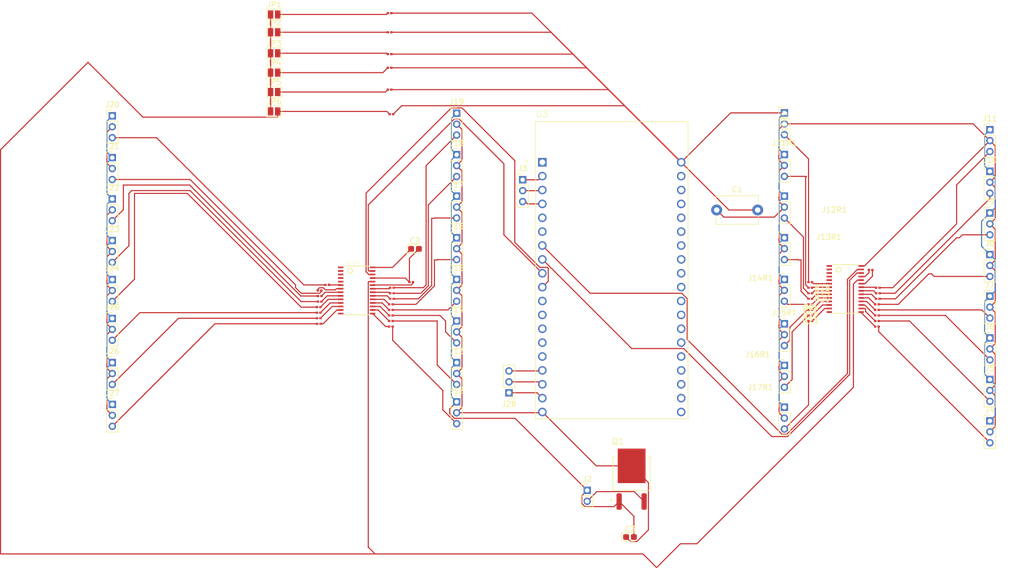
<source format=kicad_pcb>
(kicad_pcb (version 20240108) (generator "pcbnew") (generator_version "8.0")
  (layers (0 "F.Cu" signal) (31 "B.Cu" signal) (34 "B.Paste" user) (35 "F.Paste" user) (36 "B.SilkS" user "B.Silkscreen") (37 "F.SilkS" user "F.Silkscreen") (38 "B.Mask" user) (39 "F.Mask" user) (44 "Edge.Cuts" user))
  (net 0 "")
  (net 1 "GND")
  (net 2 "5.0V")
  (net 3 "Net-(J2-Pin_2)")
  (net 4 "Net-(J3-Pin_2)")
  (net 5 "Net-(J3-Pin_3)")
  (net 6 "Net-(J3-Pin_1)")
  (net 7 "Net-(J5-Pin_3)")
  (net 8 "Net-(J6-Pin_3)")
  (net 9 "Net-(J7-Pin_3)")
  (net 10 "Net-(J8-Pin_3)")
  (net 11 "Net-(J9-Pin_3)")
  (net 12 "Net-(J10-Pin_3)")
  (net 13 "Net-(J10R1-Pin_3)")
  (net 14 "Net-(J11-Pin_3)")
  (net 15 "Net-(J11R1-Pin_3)")
  (net 16 "Net-(J12-Pin_3)")
  (net 17 "Net-(J12R1-Pin_3)")
  (net 18 "Net-(J13-Pin_3)")
  (net 19 "Net-(J13R1-Pin_3)")
  (net 20 "Net-(J14-Pin_3)")
  (net 21 "Net-(J14R1-Pin_3)")
  (net 22 "Net-(J15-Pin_3)")
  (net 23 "Net-(J15R1-Pin_3)")
  (net 24 "Net-(J16-Pin_3)")
  (net 25 "Net-(J16R1-Pin_3)")
  (net 26 "Net-(J17-Pin_3)")
  (net 27 "Net-(J17R1-Pin_3)")
  (net 28 "Net-(J18-Pin_3)")
  (net 29 "Net-(J19-Pin_3)")
  (net 30 "Net-(J20-Pin_3)")
  (net 31 "Net-(J21-Pin_3)")
  (net 32 "Net-(J22-Pin_3)")
  (net 33 "Net-(J23-Pin_3)")
  (net 34 "Net-(J24-Pin_3)")
  (net 35 "Net-(J25-Pin_3)")
  (net 36 "Net-(J26-Pin_3)")
  (net 37 "Net-(J27-Pin_3)")
  (net 38 "Net-(J28-Pin_2)")
  (net 39 "Net-(J28-Pin_1)")
  (net 40 "Net-(J28-Pin_3)")
  (net 41 "A0")
  (net 42 "A1")
  (net 43 "A2")
  (net 44 "A3")
  (net 45 "A4")
  (net 46 "A5")
  (net 47 "Net-(U2-#OE)")
  (net 48 "Net-(U1-Left1-#OE)")
  (net 49 "PWM8")
  (net 50 "PWM9")
  (net 51 "PWM10")
  (net 52 "PWM11")
  (net 53 "PWM12")
  (net 54 "PWM13")
  (net 55 "PWM14")
  (net 56 "PWM15")
  (net 57 "PWM0")
  (net 58 "PWM1")
  (net 59 "PWM2")
  (net 60 "PWM3")
  (net 61 "PWM4")
  (net 62 "PWM5")
  (net 63 "PWM6")
  (net 64 "PWM7")
  (net 65 "PWM8B")
  (net 66 "PWM9B")
  (net 67 "PWM10B")
  (net 68 "PWM11B")
  (net 69 "PWM12B")
  (net 70 "PWM13B")
  (net 71 "PWM14B")
  (net 72 "PWM15B")
  (net 73 "PWM0B")
  (net 74 "PWM1B")
  (net 75 "PWM2B")
  (net 76 "PWM3B")
  (net 77 "PWM4B")
  (net 78 "PWM5B")
  (net 79 "PWM6B")
  (net 80 "PWM7B")
  (net 81 "SDA0")
  (net 82 "SCL0")
  (net 83 "Net-(J3-Pin_8)")
  (net 84 "Net-(J3-Pin_17)")
  (net 85 "Net-(J3-Pin_14)")
  (net 86 "Net-(J3-Pin_6)")
  (net 87 "Net-(J3-Pin_9)")
  (net 88 "Net-(J28-Pin_4)")
  (net 89 "SCL1")
  (net 90 "Net-(J28-Pin_8)")
  (net 91 "Net-(J28-Pin_10)")
  (net 92 "Net-(J3-Pin_18)")
  (net 93 "Net-(J3-Pin_19)")
  (net 94 "Net-(J3-Pin_4)")
  (net 95 "Net-(J3-Pin_12)")
  (net 96 "Net-(J28-Pin_9)")
  (net 97 "Net-(J3-Pin_11)")
  (net 98 "Net-(J28-Pin_6)")
  (net 99 "Net-(J3-Pin_5)")
  (net 100 "Net-(J28-Pin_5)")
  (net 101 "Net-(J3-Pin_7)")
  (net 102 "Net-(J3-Pin_10)")
  (net 103 "Net-(J3-Pin_15)")
  (net 104 "SDA1")
  (net 105 "Net-(J3-Pin_13)")
  (net 106 "Net-(J3-Pin_16)")
  (net 107 "Net-(J28-Pin_7)")
  (net 109 "Net-(test-test1-Pin_3)")
  (footprint "Jumper:SolderJumper-2_P1.3mm_Open_Pad1.0x1.5mm" (layer "F.Cu") (at 89.042 37.341)
    (property "Reference" "JP3")
    (property "Value" "SolderJumper_2_Open")
  )
  (footprint "Connector_PinHeader_2.00mm:PinHeader_1x02_P2.00mm_Vertical" (layer "F.Cu") (at 146.304 117.364)
    (property "Reference" "J2")
    (property "Value" "Screw_Terminal_01x02")
  )
  (footprint "Connector_PinHeader_2.00mm:PinHeader_1x03_P2.00mm_Vertical" (layer "F.Cu") (at 182.372 71.12)
    (property "Reference" "J13R1")
    (property "Value" "Conn_01x03_Pin")
  )
  (footprint "Capacitor_Tantalum_SMD:CP_EIA-1608-08_AVX-J" (layer "F.Cu") (at 114.808 73.152)
    (property "Reference" "C2")
    (property "Value" "C")
  )
  (footprint "Resistor_SMD:R_0201_0603Metric" (layer "F.Cu") (at 97.348 80.772)
    (property "Reference" "R34" (hide yes))
    (property "Value" "R" (hide yes))
  )
  (footprint "Resistor_SMD:R_0201_0603Metric" (layer "F.Cu") (at 110.581 82.296)
    (property "Reference" "R30" (hide yes))
    (property "Value" "R" (hide yes))
  )
  (footprint "Resistor_SMD:R_0201_0603Metric" (layer "F.Cu") (at 114.112 79.248)
    (property "Reference" "R2" (hide yes))
    (property "Value" "R" (hide yes))
  )
  (footprint "Connector_PinHeader_2.00mm:PinHeader_1x03_P2.00mm_Vertical" (layer "F.Cu") (at 59.436 78.772)
    (property "Reference" "J24")
    (property "Value" "Conn_01x03_Pin")
  )
  (footprint "Resistor_SMD:R_0201_0603Metric" (layer "F.Cu") (at 110.399 87.376)
    (property "Reference" "R25" (hide yes))
    (property "Value" "R" (hide yes))
  )
  (footprint "Resistor_SMD:R_0201_0603Metric" (layer "F.Cu") (at 110.155 37.5)
    (property "Reference" "R6" (hide yes))
    (property "Value" "R" (hide yes))
  )
  (footprint "Connector_PinHeader_2.00mm:PinHeader_1x03_P2.00mm_Vertical" (layer "F.Cu") (at 182.372 86.868)
    (property "Reference" "J15R1")
    (property "Value" "Conn_01x03_Pin" (hide yes))
  )
  (footprint "Resistor_SMD:R_0201_0603Metric" (layer "F.Cu") (at 199.481 81.28)
    (property "Reference" "R15" (hide yes))
    (property "Value" "R" (hide yes))
  )
  (footprint "Resistor_SMD:R_0201_0603Metric" (layer "F.Cu") (at 110.5 48.5)
    (property "Reference" "R3" (hide yes))
    (property "Value" "R" (hide yes))
  )
  (footprint "Resistor_SMD:R_0201_0603Metric" (layer "F.Cu") (at 187.107 84.328 180)
    (property "Reference" "R22")
    (property "Value" "R")
  )
  (footprint "Resistor_SMD:R_0201_0603Metric" (layer "F.Cu") (at 110.155 33.5)
    (property "Reference" "R7" (hide yes))
    (property "Value" "R" (hide yes))
  )
  (footprint "Resistor_SMD:R_0201_0603Metric" (layer "F.Cu") (at 187.107 85.344 180)
    (property "Reference" "R23")
    (property "Value" "R")
  )
  (footprint "Connector_PinHeader_2.00mm:PinHeader_1x03_P2.00mm_Vertical" (layer "F.Cu") (at 122.428 48.324)
    (property "Reference" "J19")
    (property "Value" "Conn_01x03_Pin")
  )
  (footprint "Resistor_SMD:R_0201_0603Metric" (layer "F.Cu") (at 110.155 44)
    (property "Reference" "R4" (hide yes))
    (property "Value" "R" (hide yes))
  )
  (footprint "Jumper:SolderJumper-2_P1.3mm_Open_Pad1.0x1.5mm" (layer "F.Cu") (at 89.042 47.991)
    (property "Reference" "JP6")
    (property "Value" "SolderJumper_2_Open")
  )
  (footprint "Resistor_SMD:R_0201_0603Metric" (layer "F.Cu") (at 187.107 79.248 180)
    (property "Reference" "R17" (hide yes))
    (property "Value" "R")
  )
  (footprint "Connector_PinHeader_2.00mm:PinHeader_1x03_P2.00mm_Vertical" (layer "F.Cu") (at 182.372 78.74)
    (property "Reference" "J14R1")
    (property "Value" "Conn_01x03_Pin")
  )
  (footprint "Connector_PinHeader_2.00mm:PinHeader_1x03_P2.00mm_Vertical" (layer "F.Cu") (at 59.436 85.884)
    (property "Reference" "J25")
    (property "Value" "Conn_01x03_Pin")
  )
  (footprint "Jumper:SolderJumper-2_P1.3mm_Open_Pad1.0x1.5mm" (layer "F.Cu") (at 89.042 44.441)
    (property "Reference" "JP5")
    (property "Value" "SolderJumper_2_Open")
  )
  (footprint "Resistor_SMD:R_0201_0603Metric" (layer "F.Cu") (at 110.155 30)
    (property "Reference" "R8" (hide yes))
    (property "Value" "R" (hide yes))
  )
  (footprint "Connector_PinHeader_2.00mm:PinHeader_1x03_P2.00mm_Vertical" (layer "F.Cu") (at 122.428 55.912)
    (property "Reference" "J18")
    (property "Value" "Conn_01x03_Pin")
  )
  (footprint "Connector_PinHeader_2.00mm:PinHeader_1x03_P2.00mm_Vertical" (layer "F.Cu") (at 122.428 101.156)
    (property "Reference" "J12")
    (property "Value" "Conn_01x03_Pin")
  )
  (footprint "Resistor_SMD:R_0201_0603Metric" (layer "F.Cu") (at 110.399 86.36)
    (property "Reference" "R26" (hide yes))
    (property "Value" "R" (hide yes))
  )
  (footprint "Resistor_SMD:R_0201_0603Metric" (layer "F.Cu") (at 110.581 80.264)
    (property "Reference" "R32" (hide yes))
    (property "Value" "R" (hide yes))
  )
  (footprint "Resistor_SMD:R_0201_0603Metric" (layer "F.Cu") (at 110.155 40)
    (property "Reference" "R5" (hide yes))
    (property "Value" "R" (hide yes))
  )
  (footprint "Resistor_SMD:R_0201_0603Metric" (layer "F.Cu") (at 110.581 81.28)
    (property "Reference" "R31" (hide yes))
    (property "Value" "R" (hide yes))
  )
  (footprint "Resistor_SMD:R_0201_0603Metric" (layer "F.Cu") (at 187.107 81.28 180)
    (property "Reference" "R19")
    (property "Value" "R")
  )
  (footprint "Connector_PinHeader_2.00mm:PinHeader_1x03_P2.00mm_Vertical" (layer "F.Cu") (at 59.436 64.008)
    (property "Reference" "J22")
    (property "Value" "Conn_01x03_Pin")
  )
  (footprint "Resistor_SMD:R_0201_0603Metric" (layer "F.Cu") (at 97.216 86.868 180)
    (property "Reference" "R40" (hide yes))
    (property "Value" "R" (hide yes))
  )
  (footprint "Connector_PinHeader_2.00mm:PinHeader_1x03_P2.00mm_Vertical" (layer "F.Cu") (at 134.5 60.5)
    (property "Reference" "J3")
    (property "Value" "Conn_01x19_Pin")
  )
  (footprint "Connector_PinHeader_2.00mm:PinHeader_1x03_P2.00mm_Vertical" (layer "F.Cu") (at 59.436 48.8)
    (property "Reference" "J20")
    (property "Value" "Conn_01x03_Pin")
  )
  (footprint "Connector_PinHeader_2.00mm:PinHeader_1x03_P2.00mm_Vertical" (layer "F.Cu") (at 219.964 104.648)
    (property "Reference" "J4")
    (property "Value" "Conn_01x03_Pin")
  )
  (footprint "Connector_PinHeader_2.00mm:PinHeader_1x03_P2.00mm_Vertical" (layer "F.Cu") (at 59.436 71.628)
    (property "Reference" "J23")
    (property "Value" "Conn_01x03_Pin")
  )
  (footprint "Resistor_SMD:R_0201_0603Metric" (layer "F.Cu") (at 110.399 84.328)
    (property "Reference" "R28" (hide yes))
    (property "Value" "R" (hide yes))
  )
  (footprint "Connector_PinHeader_2.00mm:PinHeader_1x03_P2.00mm_Vertical" (layer "F.Cu") (at 219.964 81.82)
    (property "Reference" "J7")
    (property "Value" "Conn_01x03_Pin")
  )
  (footprint "Jumper:SolderJumper-2_P1.3mm_Open_Pad1.0x1.5mm" (layer "F.Cu") (at 89.042 30.241)
    (property "Reference" "JP1")
    (property "Value" "SolderJumper_2_Open")
  )
  (footprint "Resistor_SMD:R_0201_0603Metric" (layer "F.Cu") (at 97.191 83.82 180)
    (property "Reference" "R37" (hide yes))
    (property "Value" "R" (hide yes))
  )
  (footprint "Resistor_SMD:R_0201_0603Metric" (layer "F.Cu") (at 198.155 77)
    (property "Reference" "R1" (hide yes))
    (property "Value" "R" (hide yes))
  )
  (footprint "Connector_PinHeader_2.00mm:PinHeader_1x03_P2.00mm_Vertical" (layer "F.Cu") (at 219.964 58.96)
    (property "Reference" "J10")
    (property "Value" "Conn_01x03_Pin")
  )
  (footprint "Connector_PinHeader_2.00mm:PinHeader_1x03_P2.00mm_Vertical" (layer "F.Cu") (at 122.428 93.98)
    (property "Reference" "J13")
    (property "Value" "Conn_01x03_Pin")
  )
  (footprint "Connector_PinHeader_2.00mm:PinHeader_1x03_P2.00mm_Vertical" (layer "F.Cu") (at 182.372 48.26)
    (property "Reference" "J10R1")
    (property "Value" "Conn_01x03_Pin")
  )
  (footprint "Connector_PinHeader_2.00mm:PinHeader_1x03_P2.00mm_Vertical" (layer "F.Cu") (at 59.436 93.98)
    (property "Reference" "J26")
    (property "Value" "Conn_01x03_Pin")
  )
  (footprint "Connector_PinHeader_2.00mm:PinHeader_1x03_P2.00mm_Vertical" (layer "F.Cu") (at 182.372 94.488)
    (property "Reference" "J16R1")
    (property "Value" "Conn_01x03_Pin" (hide yes))
  )
  (footprint "Resistor_SMD:R_0201_0603Metric" (layer "F.Cu") (at 199.299 87.376)
    (property "Reference" "R8" (hide yes))
    (property "Value" "R" (hide yes))
  )
  (footprint "Resistor_SMD:R_0201_0603Metric" (layer "F.Cu") (at 187.107 83.312 180)
    (property "Reference" "R21")
    (property "Value" "R")
  )
  (footprint "Resistor_SMD:R_0201_0603Metric" (layer "F.Cu") (at 199.299 83.312)
    (property "Reference" "R13" (hide yes))
    (property "Value" "R" (hide yes))
  )
  (footprint "Resistor_SMD:R_0201_0603Metric" (layer "F.Cu") (at 97.191 85.852 180)
    (property "Reference" "R39" (hide yes))
    (property "Value" "R" (hide yes))
  )
  (footprint "Connector_PinHeader_2.00mm:PinHeader_1x03_P2.00mm_Vertical" (layer "F.Cu") (at 122.428 86.36)
    (property "Reference" "J14")
    (property "Value" "Conn_01x03_Pin")
  )
  (footprint "Connector_PinHeader_2.00mm:PinHeader_1x03_P2.00mm_Vertical" (layer "F.Cu") (at 182.372 63.5)
    (property "Reference" "J12R1")
    (property "Value" "Conn_01x03_Pin")
  )
  (footprint "Resistor_SMD:R_0201_0603Metric" (layer "F.Cu") (at 97.373 81.788 180)
    (property "Reference" "R35" (hide yes))
    (property "Value" "R" (hide yes))
  )
  (footprint "Resistor_SMD:R_0201_0603Metric" (layer "F.Cu") (at 97.373 82.804 180)
    (property "Reference" "R36" (hide yes))
    (property "Value" "R" (hide yes))
  )
  (footprint "Resistor_SMD:R_0201_0603Metric" (layer "F.Cu") (at 199.299 84.328)
    (property "Reference" "R12" (hide yes))
    (property "Value" "R" (hide yes))
  )
  (footprint "Resistor_SMD:R_0201_0603Metric" (layer "F.Cu") (at 199.299 86.36)
    (property "Reference" "R10" (hide yes))
    (property "Value" "R" (hide yes))
  )
  (footprint "Resistor_SMD:R_0201_0603Metric" (layer "F.Cu") (at 97.191 84.836 180)
    (property "Reference" "R38" (hide yes))
    (property "Value" "R" (hide yes))
  )
  (footprint "PCA9685:TSSOP28" (layer "F.Cu") (at 193.5 80.5 -90)
    (property "Reference" "U2")
    (property "Value" "PCA9685")
  )
  (footprint "Resistor_SMD:R_0201_0603Metric" (layer "F.Cu") (at 110.399 85.344)
    (property "Reference" "R27" (hide yes))
    (property "Value" "R" (hide yes))
  )
  (footprint "Resistor_SMD:R_0201_0603Metric" (layer "F.Cu") (at 110.399 83.312)
    (property "Reference" "R29" (hide yes))
    (property "Value" "R" (hide yes))
  )
  (footprint "Capacitor_Tantalum_SMD:CP_EIA-1608-08_AVX-J" (layer "F.Cu") (at 154.134 125.91)
    (property "Reference" "C3")
    (property "Value" "C")
  )
  (footprint "Resistor_SMD:R_0201_0603Metric" (layer "F.Cu") (at 187.107 80.264 180)
    (property "Reference" "R18")
    (property "Value" "R")
  )
  (footprint "Connector_PinHeader_2.00mm:PinHeader_1x03_P2.00mm_Vertical" (layer "F.Cu") (at 182.372 102.14)
    (property "Reference" "J17R1")
    (property "Value" "Conn_01x03_Pin")
  )
  (footprint "Connector_PinHeader_2.00mm:PinHeader_1x03_P2.00mm_Vertical" (layer "F.Cu") (at 219.964 97.06)
    (property "Reference" "J5")
    (property "Value" "Conn_01x03_Pin")
  )
  (footprint "Resistor_SMD:R_0201_0603Metric" (layer "F.Cu") (at 98.74 79.756 180)
    (property "Reference" "R33" (hide yes))
    (property "Value" "R" (hide yes))
  )
  (footprint "Jumper:SolderJumper-2_P1.3mm_Open_Pad1.0x1.5mm" (layer "F.Cu") (at 89.042 40.891)
    (property "Reference" "JP4")
    (property "Value" "SolderJumper_2_Open")
  )
  (footprint "Connector_PinHeader_2.00mm:PinHeader_1x03_P2.00mm_Vertical" (layer "F.Cu") (at 182.372 55.88)
    (property "Reference" "J11R1")
    (property "Value" "Conn_01x03_Pin")
  )
  (footprint "Connector_PinHeader_2.00mm:PinHeader_1x03_P2.00mm_Vertical" (layer "F.Cu") (at 122.428 78.74)
    (property "Reference" "J15")
    (property "Value" "Conn_01x03_Pin")
  )
  (footprint "Connector_PinHeader_2.00mm:PinHeader_1x03_P2.00mm_Vertical" (layer "F.Cu") (at 219.964 89.472)
    (property "Reference" "J6")
    (property "Value" "Conn_01x03_Pin")
  )
  (footprint "Resistor_SMD:R_0201_0603Metric" (layer "F.Cu") (at 199.456 80.264)
    (property "Reference" "R16" (hide yes))
    (property "Value" "R" (hide yes))
  )
  (footprint "Resistor_SMD:R_0201_0603Metric" (layer "F.Cu") (at 199.456 82.296)
    (property "Reference" "R14" (hide yes))
    (property "Value" "R" (hide yes))
  )
  (footprint "Resistor_SMD:R_0201_0603Metric" (layer "F.Cu") (at 187.107 86.36 180)
    (property "Reference" "R24")
    (property "Value" "R")
  )
  (footprint "Resistor_SMD:R_0201_0603Metric" (layer "F.Cu") (at 199.299 85.344)
    (property "Reference" "R11" (hide yes))
    (property "Value" "R" (hide yes))
  )
  (footprint "Connector_PinHeader_2.00mm:PinHeader_1x03_P2.00mm_Vertical" (layer "F.Cu") (at 122.428 63.5)
    (property "Reference" "J17")
    (property "Value" "Conn_01x03_Pin")
  )
  (footprint "Connector_PinHeader_2.00mm:PinHeader_1x03_P2.00mm_Vertical" (layer "F.Cu") (at 132 99.5 180)
    (property "Reference" "J28")
    (property "Value" "Conn_01x11_Pin")
  )
  (footprint "Connector_PinHeader_2.00mm:PinHeader_1x03_P2.00mm_Vertical" (layer "F.Cu") (at 59.45 101.632)
    (property "Reference" "J27")
    (property "Value" "Conn_01x03_Pin")
  )
  (footprint "Capacitor_THT:C_Disc_D7.5mm_W5.0mm_P7.50mm" (layer "F.Cu") (at 169.986 66.04)
    (property "Reference" "C1")
    (property "Value" "C")
  )
  (footprint "Connector_PinHeader_2.00mm:PinHeader_1x03_P2.00mm_Vertical" (layer "F.Cu") (at 219.964 74.2)
    (property "Reference" "J8")
    (property "Value" "Conn_01x03_Pin")
  )
  (footprint "Jumper:SolderJumper-2_P1.3mm_Open_Pad1.0x1.5mm" (layer "F.Cu") (at 89.042 33.5)
    (property "Reference" "JP2")
    (property "Value" "SolderJumper_2_Open")
  )
  (footprint "Connector_PinHeader_2.00mm:PinHeader_1x03_P2.00mm_Vertical" (layer "F.Cu") (at 219.964 66.58)
    (property "Reference" "J9")
    (property "Value" "Conn_01x03_Pin")
  )
  (footprint "Connector_PinHeader_2.00mm:PinHeader_1x03_P2.00mm_Vertical" (layer "F.Cu") (at 219.964 51.34)
    (property "Reference" "J11")
    (property "Value" "Conn_01x03_Pin")
  )
  (footprint "AOD417:DPAK228P994X240_3N" (layer "F.Cu") (at 154.432 115.316)
    (property "Reference" "Q1")
    (property "Value" "AOD417")
  )
  (footprint "Resistor_SMD:R_0201_0603Metric" (layer "F.Cu") (at 187.107 82.296 180)
    (property "Reference" "R20")
    (property "Value" "R")
  )
  (footprint "Connector_PinHeader_2.00mm:PinHeader_1x03_P2.00mm_Vertical" (layer "F.Cu") (at 59.436 56.452)
    (property "Reference" "J21")
    (property "Value" "Conn_01x03_Pin")
  )
  (footprint "ESP32-DEVKITC-32UE:ESPRESSIF_ESP32-DEVKITC-32UE" (layer "F.Cu") (at 150.8 80.16)
    (property "Reference" "U3")
    (property "Value" "ESP32-DEVKITC-32UE")
  )
  (footprint "PCA9685:TSSOP28" (layer "F.Cu") (at 104.14 80.772 -90)
    (property "Reference" "U1-Left1")
    (property "Value" "PCA9685")
  )
  (footprint "Connector_PinHeader_2.00mm:PinHeader_1x03_P2.00mm_Vertical" (layer "F.Cu") (at 122.428 71.12)
    (property "Reference" "J16")
    (property "Value" "Conn_01x03_Pin")
  )
  (segment (start 143.7 37.5) (end 163.5 57.3) (width 0.2) (layer "F.Cu") (net 1))
  (segment (start 110.82 48.5) (end 112.371 46.949) (width 0.2) (layer "F.Cu") (net 1))
  (segment (start 110.475 40) (end 146.2 40) (width 0.2) (layer "F.Cu") (net 1))
  (segment (start 110.475 33.5) (end 139.7 33.5) (width 0.2) (layer "F.Cu") (net 1))
  (segment (start 177.486 66.04) (end 172.24 66.04) (width 0.2) (layer "F.Cu") (net 1))
  (segment (start 136.2 30) (end 163.5 57.3) (width 0.2) (layer "F.Cu") (net 1))
  (segment (start 113.792 74.8805) (end 113.792 79.248) (width 0.2) (layer "F.Cu") (net 1))
  (segment (start 133.121 104.181) (end 146.304 117.364) (width 0.2) (layer "F.Cu") (net 1))
  (segment (start 139.7 33.5) (end 163.5 57.3) (width 0.2) (layer "F.Cu") (net 1))
  (segment (start 115.5205 73.152) (end 113.792 74.8805) (width 0.2) (layer "F.Cu") (net 1))
  (segment (start 112.371 46.949) (end 153.149 46.949) (width 0.2) (layer "F.Cu") (net 1))
  (segment (start 121.156 103.312859) (end 122.024141 104.181) (width 0.2) (layer "F.Cu") (net 1))
  (segment (start 110.475 44) (end 150.2 44) (width 0.2) (layer "F.Cu") (net 1))
  (segment (start 172.24 66.04) (end 163.5 57.3) (width 0.2) (layer "F.Cu") (net 1))
  (segment (start 151.213 120.339) (end 152.146 119.406) (width 0.2) (layer "F.Cu") (net 1))
  (segment (start 121.156 102.428) (end 121.156 103.312859) (width 0.2) (layer "F.Cu") (net 1))
  (segment (start 153.149 46.949) (end 163.5 57.3) (width 0.2) (layer "F.Cu") (net 1))
  (segment (start 197.1131 78.225) (end 197.835 77.5031) (width 0.2) (layer "F.Cu") (net 1))
  (segment (start 146.304 117.364) (end 145.329 118.339) (width 0.2) (layer "F.Cu") (net 1))
  (segment (start 107.0578 78.497) (end 113.041 78.497) (width 0.2) (layer "F.Cu") (net 1))
  (segment (start 145.329 119.767859) (end 145.900141 120.339) (width 0.2) (layer "F.Cu") (net 1))
  (segment (start 145.329 118.339) (end 145.329 119.767859) (width 0.2) (layer "F.Cu") (net 1))
  (segment (start 145.900141 120.339) (end 151.213 120.339) (width 0.2) (layer "F.Cu") (net 1))
  (segment (start 110.475 37.5) (end 143.7 37.5) (width 0.2) (layer "F.Cu") (net 1))
  (segment (start 113.041 78.497) (end 113.792 79.248) (width 0.2) (layer "F.Cu") (net 1))
  (segment (start 110.475 30) (end 136.2 30) (width 0.2) (layer "F.Cu") (net 1))
  (segment (start 122.024141 104.181) (end 133.121 104.181) (width 0.2) (layer "F.Cu") (net 1))
  (segment (start 182.372 48.26) (end 172.54 48.26) (width 0.2) (layer "F.Cu") (net 1))
  (segment (start 154.8465 122.1065) (end 152.146 119.406) (width 0.2) (layer "F.Cu") (net 1))
  (segment (start 122.428 101.156) (end 121.156 102.428) (width 0.2) (layer "F.Cu") (net 1))
  (segment (start 154.8465 125.91) (end 154.8465 122.1065) (width 0.2) (layer "F.Cu") (net 1))
  (segment (start 197.835 77.5031) (end 197.835 77) (width 0.2) (layer "F.Cu") (net 1))
  (segment (start 146.2 40) (end 163.5 57.3) (width 0.2) (layer "F.Cu") (net 1))
  (segment (start 172.54 48.26) (end 163.5 57.3) (width 0.2) (layer "F.Cu") (net 1))
  (segment (start 150.2 44) (end 163.5 57.3) (width 0.2) (layer "F.Cu") (net 1))
  (segment (start 196.4178 78.225) (end 197.1131 78.225) (width 0.2) (layer "F.Cu") (net 1))
  (segment (start 58.461 100.643) (end 58.461 94.955) (width 0.2) (layer "B.Cu") (net 1))
  (segment (start 219.964 89.472) (end 218.989 90.447) (width 0.2) (layer "B.Cu") (net 1))
  (segment (start 220.939 75.175) (end 220.939 80.845) (width 0.2) (layer "B.Cu") (net 1))
  (segment (start 121.453 94.955) (end 122.428 93.98) (width 0.2) (layer "B.Cu") (net 1))
  (segment (start 121.453 54.937) (end 121.453 49.299) (width 0.2) (layer "B.Cu") (net 1))
  (segment (start 121.453 62.525) (end 121.453 56.887) (width 0.2) (layer "B.Cu") (net 1))
  (segment (start 122.428 78.74) (end 121.453 77.765) (width 0.2) (layer "B.Cu") (net 1))
  (segment (start 220.939 59.935) (end 220.939 65.605) (width 0.2) (layer "B.Cu") (net 1))
  (segment (start 181.397 93.513) (end 181.397 87.843) (width 0.2) (layer "B.Cu") (net 1))
  (segment (start 219.964 97.06) (end 220.939 98.035) (width 0.2) (layer "B.Cu") (net 1))
  (segment (start 58.461 55.413) (end 58.461 49.775) (width 0.2) (layer "B.Cu") (net 1))
  (segment (start 182.372 63.5) (end 181.397 62.525) (width 0.2) (layer "B.Cu") (net 1))
  (segment (start 219.964 51.34) (end 218.989 52.315) (width 0.2) (layer "B.Cu") (net 1))
  (segment (start 218.989 57.985) (end 219.964 58.96) (width 0.2) (layer "B.Cu") (net 1))
  (segment (start 121.453 64.475) (end 122.428 63.5) (width 0.2) (layer "B.Cu") (net 1))
  (segment (start 218.44 68.104) (end 218.44 72.676) (width 0.2) (layer "B.Cu") (net 1))
  (segment (start 181.397 85.893) (end 181.397 79.715) (width 0.2) (layer "B.Cu") (net 1))
  (segment (start 59.436 71.628) (end 58.461 70.653) (width 0.2) (layer "B.Cu") (net 1))
  (segment (start 121.453 72.095) (end 122.428 71.12) (width 0.2) (layer "B.Cu") (net 1))
  (segment (start 220.939 103.673) (end 219.964 104.648) (width 0.2) (layer "B.Cu") (net 1))
  (segment (start 121.453 79.715) (end 122.428 78.74) (width 0.2) (layer "B.Cu") (net 1))
  (segment (start 182.372 78.74) (end 181.397 77.765) (width 0.2) (layer "B.Cu") (net 1))
  (segment (start 218.989 96.085) (end 219.964 97.06) (width 0.2) (layer "B.Cu") (net 1))
  (segment (start 122.428 55.912) (end 121.453 54.937) (width 0.2) (layer "B.Cu") (net 1))
  (segment (start 58.461 86.859) (end 59.436 85.884) (width 0.2) (layer "B.Cu") (net 1))
  (segment (start 121.453 85.385) (end 121.453 79.715) (width 0.2) (layer "B.Cu") (net 1))
  (segment (start 218.44 72.676) (end 219.964 74.2) (width 0.2) (layer "B.Cu") (net 1))
  (segment (start 58.461 64.983) (end 59.436 64.008) (width 0.2) (layer "B.Cu") (net 1))
  (segment (start 59.436 64.008) (end 58.461 63.033) (width 0.2) (layer "B.Cu") (net 1))
  (segment (start 219.964 66.58) (end 218.44 68.104) (width 0.2) (layer "B.Cu") (net 1))
  (segment (start 181.397 101.165) (end 181.397 95.463) (width 0.2) (layer "B.Cu") (net 1))
  (segment (start 218.989 88.497) (end 219.964 89.472) (width 0.2) (layer "B.Cu") (net 1))
  (segment (start 181.397 79.715) (end 182.372 78.74) (width 0.2) (layer "B.Cu") (net 1))
  (segment (start 220.939 80.845) (end 219.964 81.82) (width 0.2) (layer "B.Cu") (net 1))
  (segment (start 58.461 94.955) (end 59.436 93.98) (width 0.2) (layer "B.Cu") (net 1))
  (segment (start 181.397 62.525) (end 181.397 56.855) (width 0.2) (layer "B.Cu") (net 1))
  (segment (start 121.453 70.145) (end 121.453 64.475) (width 0.2) (layer "B.Cu") (net 1))
  (segment (start 182.372 86.868) (end 181.397 85.893) (width 0.2) (layer "B.Cu") (net 1))
  (segment (start 121.453 77.765) (end 121.453 72.095) (width 0.2) (layer "B.Cu") (net 1))
  (segment (start 181.397 64.475) (end 182.372 63.5) (width 0.2) (layer "B.Cu") (net 1))
  (segment (start 181.397 87.843) (end 182.372 86.868) (width 0.2) (layer "B.Cu") (net 1))
  (segment (start 59.436 78.772) (end 58.461 77.797) (width 0.2) (layer "B.Cu") (net 1))
  (segment (start 219.964 58.96) (end 220.939 59.935) (width 0.2) (layer "B.Cu") (net 1))
  (segment (start 218.989 90.447) (end 218.989 96.085) (width 0.2) (layer "B.Cu") (net 1))
  (segment (start 121.453 49.299) (end 122.428 48.324) (width 0.2) (layer "B.Cu") (net 1))
  (segment (start 181.397 77.765) (end 181.397 72.095) (width 0.2) (layer "B.Cu") (net 1))
  (segment (start 121.453 56.887) (end 122.428 55.912) (width 0.2) (layer "B.Cu") (net 1))
  (segment (start 58.461 77.797) (end 58.461 72.603) (width 0.2) (layer "B.Cu") (net 1))
  (segment (start 220.939 65.605) (end 219.964 66.58) (width 0.2) (layer "B.Cu") (net 1))
  (segment (start 122.428 71.12) (end 121.453 70.145) (width 0.2) (layer "B.Cu") (net 1))
  (segment (start 121.453 87.335) (end 122.428 86.36) (width 0.2) (layer "B.Cu") (net 1))
  (segment (start 121.453 100.181) (end 121.453 94.955) (width 0.2) (layer "B.Cu") (net 1))
  (segment (start 182.372 71.12) (end 181.397 70.145) (width 0.2) (layer "B.Cu") (net 1))
  (segment (start 181.397 72.095) (end 182.372 71.12) (width 0.2) (layer "B.Cu") (net 1))
  (segment (start 58.461 79.747) (end 59.436 78.772) (width 0.2) (layer "B.Cu") (net 1))
  (segment (start 182.372 55.88) (end 181.397 54.905) (width 0.2) (layer "B.Cu") (net 1))
  (segment (start 182.372 102.14) (end 181.397 101.165) (width 0.2) (layer "B.Cu") (net 1))
  (segment (start 58.461 63.033) (end 58.461 57.427) (width 0.2) (layer "B.Cu") (net 1))
  (segment (start 59.45 101.632) (end 58.461 100.643) (width 0.2) (layer "B.Cu") (net 1))
  (segment (start 181.397 49.235) (end 182.372 48.26) (width 0.2) (layer "B.Cu") (net 1))
  (segment (start 59.436 56.388) (end 58.461 55.413) (width 0.2) (layer "B.Cu") (net 1))
  (segment (start 58.461 49.775) (end 59.436 48.8) (width 0.2) (layer "B.Cu") (net 1))
  (segment (start 181.397 54.905) (end 181.397 49.235) (width 0.2) (layer "B.Cu") (net 1))
  (segment (start 58.461 70.653) (end 58.461 64.983) (width 0.2) (layer "B.Cu") (net 1))
  (segment (start 58.461 84.909) (end 58.461 79.747) (width 0.2) (layer "B.Cu") (net 1))
  (segment (start 122.428 86.36) (end 121.453 85.385) (width 0.2) (layer "B.Cu") (net 1))
  (segment (start 181.397 95.463) (end 182.372 94.488) (width 0.2) (layer "B.Cu") (net 1))
  (segment (start 59.436 93.98) (end 58.461 93.005) (width 0.2) (layer "B.Cu") (net 1))
  (segment (start 220.939 98.035) (end 220.939 103.673) (width 0.2) (layer "B.Cu") (net 1))
  (segment (start 59.436 56.452) (end 59.436 56.388) (width 0.2) (layer "B.Cu") (net 1))
  (segment (start 58.461 93.005) (end 58.461 86.859) (width 0.2) (layer "B.Cu") (net 1))
  (segment (start 219.964 81.82) (end 218.989 82.795) (width 0.2) (layer "B.Cu") (net 1))
  (segment (start 121.453 93.005) (end 121.453 87.335) (width 0.2) (layer "B.Cu") (net 1))
  (segment (start 122.428 93.98) (end 121.453 93.005) (width 0.2) (layer "B.Cu") (net 1))
  (segment (start 58.461 57.427) (end 59.436 56.452) (width 0.2) (layer "B.Cu") (net 1))
  (segment (start 218.989 52.315) (end 218.989 57.985) (width 0.2) (layer "B.Cu") (net 1))
  (segment (start 181.397 56.855) (end 182.372 55.88) (width 0.2) (layer "B.Cu") (net 1))
  (segment (start 59.436 85.884) (end 58.461 84.909) (width 0.2) (layer "B.Cu") (net 1))
  (segment (start 218.989 82.795) (end 218.989 88.497) (width 0.2) (layer "B.Cu") (net 1))
  (segment (start 122.428 101.156) (end 121.453 100.181) (width 0.2) (layer "B.Cu") (net 1))
  (segment (start 182.372 94.488) (end 181.397 93.513) (width 0.2) (layer "B.Cu") (net 1))
  (segment (start 219.964 74.2) (end 220.939 75.175) (width 0.2) (layer "B.Cu") (net 1))
  (segment (start 58.461 72.603) (end 59.436 71.628) (width 0.2) (layer "B.Cu") (net 1))
  (segment (start 122.428 63.5) (end 121.453 62.525) (width 0.2) (layer "B.Cu") (net 1))
  (segment (start 181.397 70.145) (end 181.397 64.475) (width 0.2) (layer "B.Cu") (net 1))
  (segment (start 59.404 73.628) (end 58.461 72.685) (width 0.2) (layer "F.Cu") (net 2))
  (segment (start 181.397 95.513) (end 182.372 96.488) (width 0.2) (layer "F.Cu") (net 2))
  (segment (start 88.392 44.441) (end 88.392 40.891) (width 0.2) (layer "F.Cu") (net 2))
  (segment (start 181.397 81.715) (end 181.397 87.893) (width 0.2) (layer "F.Cu") (net 2))
  (segment (start 219.964 91.472) (end 220.939 92.447) (width 0.2) (layer "F.Cu") (net 2))
  (segment (start 110.7005 76.547) (end 114.0955 73.152) (width 0.2) (layer "F.Cu") (net 2))
  (segment (start 88.392 30.241) (end 88.392 33.791) (width 0.2) (layer "F.Cu") (net 2))
  (segment (start 220.939 54.315) (end 219.964 53.34) (width 0.2) (layer "F.Cu") (net 2))
  (segment (start 122.428 65.5) (end 123.403 64.525) (width 0.2) (layer "F.Cu") (net 2))
  (segment (start 157.503 115.947) (end 154.432 112.876) (width 0.2) (layer "F.Cu") (net 2))
  (segment (start 181.356 56.864) (end 182.372 57.88) (width 0.2) (layer "F.Cu") (net 2))
  (segment (start 122.428 57.912) (end 123.403 56.937) (width 0.2) (layer "F.Cu") (net 2))
  (segment (start 182.372 57.88) (end 181.397 58.855) (width 0.2) (layer "F.Cu") (net 2))
  (segment (start 197.029 76.275) (end 219.964 53.34) (width 0.2) (layer "F.Cu") (net 2))
  (segment (start 107.0578 76.547) (end 110.7005 76.547) (width 0.2) (layer "F.Cu") (net 2))
  (segment (start 220.939 75.225) (end 219.964 76.2) (width 0.2) (layer "F.Cu") (net 2))
  (segment (start 123.403 74.095) (end 122.428 73.12) (width 0.2) (layer "F.Cu") (net 2))
  (segment (start 182.372 50.26) (end 181.356 51.276) (width 0.2) (layer "F.Cu") (net 2))
  (segment (start 123.403 87.385) (end 123.403 81.715) (width 0.2) (layer "F.Cu") (net 2))
  (segment (start 220.939 61.935) (end 219.964 60.96) (width 0.2) (layer "F.Cu") (net 2))
  (segment (start 181.397 89.843) (end 181.397 95.513) (width 0.2) (layer "F.Cu") (net 2))
  (segment (start 219.964 53.34) (end 216.884 50.26) (width 0.2) (layer "F.Cu") (net 2))
  (segment (start 59.436 95.98) (end 58.461 95.005) (width 0.2) (layer "F.Cu") (net 2))
  (segment (start 181.397 66.475) (end 181.397 72.145) (width 0.2) (layer "F.Cu") (net 2))
  (segment (start 220.939 59.985) (end 220.939 54.315) (width 0.2) (layer "F.Cu") (net 2))
  (segment (start 181.397 64.525) (end 182.372 65.5) (width 0.2) (layer "F.Cu") (net 2))
  (segment (start 182.372 88.868) (end 181.397 89.843) (width 0.2) (layer "F.Cu") (net 2))
  (segment (start 181.397 97.463) (end 181.397 103.165) (width 0.2) (layer "F.Cu") (net 2))
  (segment (start 88.392 44.441) (end 88.392 47.991) (width 0.2) (layer "F.Cu") (net 2))
  (segment (start 123.403 96.955) (end 122.428 95.98) (width 0.2) (layer "F.Cu") (net 2))
  (segment (start 58.461 72.685) (end 58.461 66.983) (width 0.2) (layer "F.Cu") (net 2))
  (segment (start 58.461 96.955) (end 59.436 95.98) (width 0.2) (layer "F.Cu") (net 2))
  (segment (start 122.428 80.74) (end 123.403 79.765) (width 0.2) (layer "F.Cu") (net 2))
  (segment (start 58.461 102.643) (end 58.461 96.955) (width 0.2) (layer "F.Cu") (net 2))
  (segment (start 123.403 81.715) (end 122.428 80.74) (width 0.2) (layer "F.Cu") (net 2))
  (segment (start 123.403 79.765) (end 123.403 74.095) (width 0.2) (layer "F.Cu") (net 2))
  (segment (start 182.372 80.74) (end 181.397 81.715) (width 0.2) (layer "F.Cu") (net 2))
  (segment (start 122.428 95.98) (end 123.403 95.005) (width 0.2) (layer "F.Cu") (net 2))
  (segment (start 88.392 40.891) (end 88.392 37.341) (width 0.2) (layer "F.Cu") (net 2))
  (segment (start 123.403 89.335) (end 122.428 88.36) (width 0.2) (layer "F.Cu") (net 2))
  (segment (start 220.939 100.035) (end 220.939 105.673) (width 0.2) (layer "F.Cu") (net 2))
  (segment (start 154.432 112.876) (end 147.956 112.876) (width 0.2) (layer "F.Cu") (net 2))
  (segment (start 154.2465 126.735) (end 155.368744 126.735) (width 0.2) (layer "F.Cu") (net 2))
  (segment (start 182.372 96.488) (end 181.397 97.463) (width 0.2) (layer "F.Cu") (net 2))
  (segment (start 88.392 37.341) (end 88.392 33.791) (width 0.2) (layer "F.Cu") (net 2))
  (segment (start 220.939 105.673) (end 219.964 106.648) (width 0.2) (layer "F.Cu") (net 2))
  (segment (start 122.428 103.156) (end 137.964 103.156) (width 0.2) (layer "F.Cu") (net 2))
  (segment (start 181.397 58.855) (end 181.397 64.525) (width 0.2) (layer "F.Cu") (net 2))
  (segment (start 171.286 67.34) (end 180.532 67.34) (width 0.2) (layer "F.Cu") (net 2))
  (segment (start 219.964 68.58) (end 220.939 69.555) (width 0.2) (layer "F.Cu") (net 2))
  (segment (start 123.403 64.525) (end 123.403 58.887) (width 0.2) (layer "F.Cu") (net 2))
  (segment (start 123.403 51.299) (end 122.428 50.324) (width 0.2) (layer "F.Cu") (net 2))
  (segment (start 181.397 79.765) (end 182.372 80.74) (width 0.2) (layer "F.Cu") (net 2))
  (segment (start 59.436 80.772) (end 58.461 79.797) (width 0.2) (layer "F.Cu") (net 2))
  (segment (start 58.461 79.797) (end 58.461 74.603) (width 0.2) (layer "F.Cu") (net 2))
  (segment (start 182.372 73.12) (end 181.397 74.095) (width 0.2) (layer "F.Cu") (net 2))
  (segment (start 216.884 50.26) (end 182.372 50.26) (width 0.2) (layer "F.Cu") (net 2))
  (segment (start 58.461 86.909) (end 58.461 81.747) (width 0.2) (layer "F.Cu") (net 2))
  (segment (start 181.397 103.165) (end 182.372 104.14) (width 0.2) (layer "F.Cu") (net 2))
  (segment (start 219.964 83.82) (end 220.939 84.795) (width 0.2) (layer "F.Cu") (net 2))
  (segment (start 220.939 67.605) (end 220.939 61.935) (width 0.2) (layer "F.Cu") (net 2))
  (segment (start 58.461 81.747) (end 59.436 80.772) (width 0.2) (layer "F.Cu") (net 2))
  (segment (start 59.436 58.452) (end 58.461 57.477) (width 0.2) (layer "F.Cu") (net 2))
  (segment (start 123.403 56.937) (end 123.403 51.299) (width 0.2) (layer "F.Cu") (net 2))
  (segment (start 59.436 87.884) (end 58.461 86.909) (width 0.2) (layer "F.Cu") (net 2))
  (segment (start 219.964 99.06) (end 220.939 100.035) (width 0.2) (layer "F.Cu") (net 2))
  (segment (start 157.503 124.600744) (end 157.503 115.947) (width 0.2) (layer "F.Cu") (net 2))
  (segment (start 58.461 95.005) (end 58.461 88.859) (width 0.2) (layer "F.Cu") (net 2))
  (segment (start 58.461 88.859) (end 59.436 87.884) (width 0.2) (layer "F.Cu") (net 2))
  (segment (start 123.403 66.475) (end 122.428 65.5) (width 0.2) (layer "F.Cu") (net 2))
  (segment (start 153.4215 125.91) (end 154.2465 126.735) (width 0.2) (layer "F.Cu") (net 2))
  (segment (start 220.939 90.497) (end 219.964 91.472) (width 0.2) (layer "F.Cu") (net 2))
  (segment (start 220.939 69.555) (end 220.939 75.225) (width 0.2) (layer "F.Cu") (net 2))
  (segment (start 155.368744 126.735) (end 157.503 124.600744) (width 0.2) (layer "F.Cu") (net 2))
  (segment (start 220.939 82.845) (end 219.964 83.82) (width 0.2) (layer "F.Cu") (net 2))
  (segment (start 59.45 103.632) (end 58.461 102.643) (width 0.2) (layer "F.Cu") (net 2))
  (segment (start 182.372 65.5) (end 181.397 66.475) (width 0.2) (layer "F.Cu") (net 2))
  (segment (start 58.461 74.603) (end 59.436 73.628) (width 0.2) (layer "F.Cu") (net 2))
  (segment (start 123.403 102.181) (end 123.403 96.955) (width 0.2) (layer "F.Cu") (net 2))
  (segment (start 123.403 72.145) (end 123.403 66.475) (width 0.2) (layer "F.Cu") (net 2))
  (segment (start 137.964 103.156) (end 138.1 103.02) (width 0.2) (layer "F.Cu") (net 2))
  (segment (start 181.397 72.145) (end 182.372 73.12) (width 0.2) (layer "F.Cu") (net 2))
  (segment (start 220.939 77.175) (end 220.939 82.845) (width 0.2) (layer "F.Cu") (net 2))
  (segment (start 219.964 68.58) (end 220.939 67.605) (width 0.2) (layer "F.Cu") (net 2))
  (segment (start 59.436 73.628) (end 59.404 73.628) (width 0.2) (layer "F.Cu") (net 2))
  (segment (start 169.986 66.04) (end 171.286 67.34) (width 0.2) (layer "F.Cu") (net 2))
  (segment (start 220.939 92.447) (end 220.939 98.085) (width 0.2) (layer "F.Cu") (net 2))
  (segment (start 123.403 95.005) (end 123.403 89.335) (width 0.2) (layer "F.Cu") (net 2))
  (segment (start 122.428 103.156) (end 123.403 102.181) (width 0.2) (layer "F.Cu") (net 2))
  (segment (start 58.461 57.477) (end 58.461 51.775) (width 0.2) (layer "F.Cu") (net 2))
  (segment (start 123.403 58.887) (end 122.428 57.912) (width 0.2) (layer "F.Cu") (net 2))
  (segment (start 181.356 51.276) (end 181.356 56.864) (width 0.2) (layer "F.Cu") (net 2))
  (segment (start 196.4178 76.275) (end 197.029 76.275) (width 0.2) (layer "F.Cu") (net 2))
  (segment (start 181.397 74.095) (end 181.397 79.765) (width 0.2) (layer "F.Cu") (net 2))
  (segment (start 180.532 67.34) (end 182.372 65.5) (width 0.2) (layer "F.Cu") (net 2))
  (segment (start 220.939 98.085) (end 219.964 99.06) (width 0.2) (layer "F.Cu") (net 2))
  (segment (start 219.964 60.96) (end 220.939 59.985) (width 0.2) (layer "F.Cu") (net 2))
  (segment (start 122.428 88.36) (end 123.403 87.385) (width 0.2) (layer "F.Cu") (net 2))
  (segment (start 147.956 112.876) (end 138.1 103.02) (width 0.2) (layer "F.Cu") (net 2))
  (segment (start 181.397 87.893) (end 182.372 88.868) (width 0.2) (layer "F.Cu") (net 2))
  (segment (start 219.964 76.2) (end 220.939 77.175) (width 0.2) (layer "F.Cu") (net 2))
  (segment (start 58.461 66.983) (end 59.436 66.008) (width 0.2) (layer "F.Cu") (net 2))
  (segment (start 122.428 73.12) (end 123.403 72.145) (width 0.2) (layer "F.Cu") (net 2))
  (segment (start 220.939 84.795) (end 220.939 90.497) (width 0.2) (layer "F.Cu") (net 2))
  (segment (start 58.461 51.775) (end 59.436 50.8) (width 0.2) (layer "F.Cu") (net 2))
  (segment (start 148.072 117.596) (end 154.908 117.596) (width 0.2) (layer "F.Cu") (net 3))
  (segment (start 154.908 117.596) (end 156.718 119.406) (width 0.2) (layer "F.Cu") (net 3))
  (segment (start 146.304 119.364) (end 148.072 117.596) (width 0.2) (layer "F.Cu") (net 3))
  (segment (start 137.98 62.5) (end 138.1 62.38) (width 0.2) (layer "F.Cu") (net 4))
  (segment (start 134.5 62.5) (end 137.98 62.5) (width 0.2) (layer "F.Cu") (net 4))
  (segment (start 135.42 64.92) (end 138.1 64.92) (width 0.2) (layer "F.Cu") (net 5))
  (segment (start 134.5 64.5) (end 135 64.5) (width 0.2) (layer "F.Cu") (net 5))
  (segment (start 135 64.5) (end 135.42 64.92) (width 0.2) (layer "F.Cu") (net 5))
  (segment (start 137.44 60.5) (end 138.1 59.84) (width 0.2) (layer "F.Cu") (net 6))
  (segment (start 134.5 60.5) (end 137.44 60.5) (width 0.2) (layer "F.Cu") (net 6))
  (segment (start 205.264 86.36) (end 219.964 101.06) (width 0.2) (layer "F.Cu") (net 7))
  (segment (start 199.619 86.36) (end 205.264 86.36) (width 0.2) (layer "F.Cu") (net 7))
  (segment (start 199.619 85.344) (end 211.836 85.344) (width 0.2) (layer "F.Cu") (net 8))
  (segment (start 211.836 85.344) (end 219.964 93.472) (width 0.2) (layer "F.Cu") (net 8))
  (segment (start 199.619 84.328) (end 218.472 84.328) (width 0.2) (layer "F.Cu") (net 9))
  (segment (start 218.472 84.328) (end 219.964 85.82) (width 0.2) (layer "F.Cu") (net 9))
  (segment (start 208.788 77.724) (end 209.296 77.724) (width 0.2) (layer "F.Cu") (net 10))
  (segment (start 209.296 77.724) (end 209.772 78.2) (width 0.2) (layer "F.Cu") (net 10))
  (segment (start 209.772 78.2) (end 219.964 78.2) (width 0.2) (layer "F.Cu") (net 10))
  (segment (start 203.2 83.312) (end 208.788 77.724) (width 0.2) (layer "F.Cu") (net 10))
  (segment (start 199.619 83.312) (end 203.2 83.312) (width 0.2) (layer "F.Cu") (net 10))
  (segment (start 213.868 71.12) (end 214.376 71.12) (width 0.2) (layer "F.Cu") (net 11))
  (segment (start 202.692 82.296) (end 213.868 71.12) (width 0.2) (layer "F.Cu") (net 11))
  (segment (start 214.376 71.12) (end 214.916 70.58) (width 0.2) (layer "F.Cu") (net 11))
  (segment (start 214.916 70.58) (end 219.964 70.58) (width 0.2) (layer "F.Cu") (net 11))
  (segment (start 199.776 82.296) (end 202.692 82.296) (width 0.2) (layer "F.Cu") (net 11))
  (segment (start 219.964 63.914594) (end 219.964 62.96) (width 0.2) (layer "F.Cu") (net 12))
  (segment (start 199.801 81.28) (end 202.598594 81.28) (width 0.2) (layer "F.Cu") (net 12))
  (segment (start 202.598594 81.28) (end 219.964 63.914594) (width 0.2) (layer "F.Cu") (net 12))
  (segment (start 186.787 56.675) (end 182.372 52.26) (width 0.2) (layer "F.Cu") (net 13))
  (segment (start 186.787 79.248) (end 186.787 56.675) (width 0.2) (layer "F.Cu") (net 13))
  (segment (start 213.868 61.436) (end 219.964 55.34) (width 0.2) (layer "F.Cu") (net 14))
  (segment (start 202.184 80.264) (end 213.868 68.58) (width 0.2) (layer "F.Cu") (net 14))
  (segment (start 199.776 80.264) (end 202.184 80.264) (width 0.2) (layer "F.Cu") (net 14))
  (segment (start 213.868 68.58) (end 213.868 61.436) (width 0.2) (layer "F.Cu") (net 14))
  (segment (start 186.257 60.074) (end 186.387 59.944) (width 0.2) (layer "F.Cu") (net 15))
  (segment (start 186.387 59.944) (end 186.323 59.88) (width 0.2) (layer "F.Cu") (net 15))
  (segment (start 186.257 79.734) (end 186.257 60.074) (width 0.2) (layer "F.Cu") (net 15))
  (segment (start 186.787 80.264) (end 186.257 79.734) (width 0.2) (layer "F.Cu") (net 15))
  (segment (start 186.323 59.88) (end 182.372 59.88) (width 0.2) (layer "F.Cu") (net 15))
  (segment (start 110.719 87.376) (end 110.719 89.891) (width 0.2) (layer "F.Cu") (net 16))
  (segment (start 119.888 102.616) (end 122.428 105.156) (width 0.2) (layer "F.Cu") (net 16))
  (segment (start 110.719 89.891) (end 119.888 99.06) (width 0.2) (layer "F.Cu") (net 16))
  (segment (start 119.888 99.06) (end 119.888 102.616) (width 0.2) (layer "F.Cu") (net 16))
  (segment (start 185.857 80.35) (end 185.857 70.985) (width 0.2) (layer "F.Cu") (net 17))
  (segment (start 185.857 70.985) (end 182.372 67.5) (width 0.2) (layer "F.Cu") (net 17))
  (segment (start 186.787 81.28) (end 185.857 80.35) (width 0.2) (layer "F.Cu") (net 17))
  (segment (start 118.872 94.424) (end 122.428 97.98) (width 0.2) (layer "F.Cu") (net 18))
  (segment (start 110.719 86.36) (end 118.872 86.36) (width 0.2) (layer "F.Cu") (net 18))
  (segment (start 118.872 86.36) (end 118.872 94.424) (width 0.2) (layer "F.Cu") (net 18))
  (segment (start 186.787 82.296) (end 185.42 80.929) (width 0.2) (layer "F.Cu") (net 19))
  (segment (start 185.42 75.184) (end 184.912 75.184) (width 0.2) (layer "F.Cu") (net 19))
  (segment (start 184.848 75.12) (end 182.372 75.12) (width 0.2) (layer "F.Cu") (net 19))
  (segment (start 185.42 80.929) (end 185.42 75.184) (width 0.2) (layer "F.Cu") (net 19))
  (segment (start 184.912 75.184) (end 184.848 75.12) (width 0.2) (layer "F.Cu") (net 19))
  (segment (start 119.38 85.344) (end 120.396 86.36) (width 0.2) (layer "F.Cu") (net 20))
  (segment (start 110.719 85.344) (end 119.38 85.344) (width 0.2) (layer "F.Cu") (net 20))
  (segment (start 120.396 88.328) (end 122.428 90.36) (width 0.2) (layer "F.Cu") (net 20))
  (segment (start 120.396 86.36) (end 120.396 88.328) (width 0.2) (layer "F.Cu") (net 20))
  (segment (start 186.787 83.312) (end 182.944 83.312) (width 0.2) (layer "F.Cu") (net 21))
  (segment (start 182.944 83.312) (end 182.372 82.74) (width 0.2) (layer "F.Cu") (net 21))
  (segment (start 120.84 84.328) (end 122.428 82.74) (width 0.2) (layer "F.Cu") (net 22))
  (segment (start 110.719 84.328) (end 120.84 84.328) (width 0.2) (layer "F.Cu") (net 22))
  (segment (start 183.388 89.852) (end 182.372 90.868) (width 0.2) (layer "F.Cu") (net 23))
  (segment (start 186.557001 84.328) (end 183.388 87.497001) (width 0.2) (layer "F.Cu") (net 23))
  (segment (start 183.388 87.497001) (end 183.388 89.852) (width 0.2) (layer "F.Cu") (net 23))
  (segment (start 186.787 84.328) (end 186.557001 84.328) (width 0.2) (layer "F.Cu") (net 23))
  (segment (start 110.719 83.312) (end 114.981058 83.312) (width 0.2) (layer "F.Cu") (net 24))
  (segment (start 118.364 75.184) (end 118.872 75.184) (width 0.2) (layer "F.Cu") (net 24))
  (segment (start 118.364 79.929058) (end 118.364 75.184) (width 0.2) (layer "F.Cu") (net 24))
  (segment (start 114.981058 83.312) (end 118.364 79.929058) (width 0.2) (layer "F.Cu") (net 24))
  (segment (start 118.936 75.12) (end 122.428 75.12) (width 0.2) (layer "F.Cu") (net 24))
  (segment (start 118.872 75.184) (end 118.936 75.12) (width 0.2) (layer "F.Cu") (net 24))
  (segment (start 183.788 88.343) (end 183.788 97.072) (width 0.2) (layer "F.Cu") (net 25))
  (segment (start 186.787 85.344) (end 183.788 88.343) (width 0.2) (layer "F.Cu") (net 25))
  (segment (start 183.788 97.072) (end 182.372 98.488) (width 0.2) (layer "F.Cu") (net 25))
  (segment (start 110.901 82.296) (end 115.431372 82.296) (width 0.2) (layer "F.Cu") (net 26))
  (segment (start 117.856 67.564) (end 118.364 67.564) (width 0.2) (layer "F.Cu") (net 26))
  (segment (start 115.431372 82.296) (end 117.856 79.871372) (width 0.2) (layer "F.Cu") (net 26))
  (segment (start 117.856 79.871372) (end 117.856 67.564) (width 0.2) (layer "F.Cu") (net 26))
  (segment (start 118.428 67.5) (end 122.428 67.5) (width 0.2) (layer "F.Cu") (net 26))
  (segment (start 118.364 67.564) (end 118.428 67.5) (width 0.2) (layer "F.Cu") (net 26))
  (segment (start 186.787 86.36) (end 186.787 101.725) (width 0.2) (layer "F.Cu") (net 27))
  (segment (start 186.787 101.725) (end 182.372 106.14) (width 0.2) (layer "F.Cu") (net 27))
  (segment (start 117.24 65.1) (end 122.428 59.912) (width 0.2) (layer "F.Cu") (net 28))
  (segment (start 117.24 79.921686) (end 117.24 65.1) (width 0.2) (layer "F.Cu") (net 28))
  (segment (start 115.881686 81.28) (end 117.24 79.921686) (width 0.2) (layer "F.Cu") (net 28))
  (segment (start 110.901 81.28) (end 115.881686 81.28) (width 0.2) (layer "F.Cu") (net 28))
  (segment (start 110.901 80.264) (end 116.332 80.264) (width 0.2) (layer "F.Cu") (net 29))
  (segment (start 116.84 79.756) (end 116.84 57.912) (width 0.2) (layer "F.Cu") (net 29))
  (segment (start 116.84 57.912) (end 122.428 52.324) (width 0.2) (layer "F.Cu") (net 29))
  (segment (start 116.332 80.264) (end 116.84 79.756) (width 0.2) (layer "F.Cu") (net 29))
  (segment (start 67.532 52.8) (end 59.436 52.8) (width 0.2) (layer "F.Cu") (net 30))
  (segment (start 98.42 79.756) (end 94.488 79.756) (width 0.2) (layer "F.Cu") (net 30))
  (segment (start 94.488 79.756) (end 67.532 52.8) (width 0.2) (layer "F.Cu") (net 30))
  (segment (start 59.436 60.452) (end 73.66 60.452) (width 0.2) (layer "F.Cu") (net 31))
  (segment (start 93.972 81.272) (end 97.367999 81.272) (width 0.2) (layer "F.Cu") (net 31))
  (segment (start 92.964 80.264) (end 93.972 81.272) (width 0.2) (layer "F.Cu") (net 31))
  (segment (start 97.367999 81.272) (end 97.668 80.971999) (width 0.2) (layer "F.Cu") (net 31))
  (segment (start 73.66 60.452) (end 92.964 79.756) (width 0.2) (layer "F.Cu") (net 31))
  (segment (start 92.964 79.756) (end 92.964 80.264) (width 0.2) (layer "F.Cu") (net 31))
  (segment (start 97.668 80.971999) (end 97.668 80.772) (width 0.2) (layer "F.Cu") (net 31))
  (segment (start 93.922314 81.788) (end 73.602314 61.468) (width 0.2) (layer "F.Cu") (net 32))
  (segment (start 61.468 65.976) (end 59.436 68.008) (width 0.2) (layer "F.Cu") (net 32))
  (segment (start 73.602314 61.468) (end 61.468 61.468) (width 0.2) (layer "F.Cu") (net 32))
  (segment (start 61.468 61.468) (end 61.468 65.976) (width 0.2) (layer "F.Cu") (net 32))
  (segment (start 97.053 81.788) (end 93.922314 81.788) (width 0.2) (layer "F.Cu") (net 32))
  (segment (start 73.66 62.484) (end 62.992 62.484) (width 0.2) (layer "F.Cu") (net 33))
  (segment (start 62.992 62.484) (end 62.484 62.992) (width 0.2) (layer "F.Cu") (net 33))
  (segment (start 97.053 82.804) (end 93.98 82.804) (width 0.2) (layer "F.Cu") (net 33))
  (segment (start 62.484 72.58) (end 59.436 75.628) (width 0.2) (layer "F.Cu") (net 33))
  (segment (start 93.98 82.804) (end 73.66 62.484) (width 0.2) (layer "F.Cu") (net 33))
  (segment (start 62.484 62.992) (end 62.484 72.58) (width 0.2) (layer "F.Cu") (net 33))
  (segment (start 63.5 62.992) (end 63.5 78.708) (width 0.2) (layer "F.Cu") (net 34))
  (segment (start 63.5 78.708) (end 59.436 82.772) (width 0.2) (layer "F.Cu") (net 34))
  (segment (start 96.871 83.82) (end 93.98 83.82) (width 0.2) (layer "F.Cu") (net 34))
  (segment (start 73.152 62.992) (end 63.5 62.992) (width 0.2) (layer "F.Cu") (net 34))
  (segment (start 93.98 83.82) (end 73.152 62.992) (width 0.2) (layer "F.Cu") (net 34))
  (segment (start 96.871 84.836) (end 64.484 84.836) (width 0.2) (layer "F.Cu") (net 35))
  (segment (start 64.484 84.836) (end 59.436 89.884) (width 0.2) (layer "F.Cu") (net 35))
  (segment (start 96.871 85.852) (end 71.564 85.852) (width 0.2) (layer "F.Cu") (net 36))
  (segment (start 71.564 85.852) (end 59.436 97.98) (width 0.2) (layer "F.Cu") (net 36))
  (segment (start 96.896 86.868) (end 78.214 86.868) (width 0.2) (layer "F.Cu") (net 37))
  (segment (start 78.214 86.868) (end 59.45 105.632) (width 0.2) (layer "F.Cu") (net 37))
  (segment (start 132 97.5) (end 137.66 97.5) (width 0.2) (layer "F.Cu") (net 38))
  (segment (start 137.66 97.5) (end 138.1 97.94) (width 0.2) (layer "F.Cu") (net 38))
  (segment (start 132 99.5) (end 137.12 99.5) (width 0.2) (layer "F.Cu") (net 39))
  (segment (start 137.12 99.5) (end 138.1 100.48) (width 0.2) (layer "F.Cu") (net 39))
  (segment (start 132 95.5) (end 138 95.5) (width 0.2) (layer "F.Cu") (net 40))
  (segment (start 138 95.5) (end 138.1 95.4) (width 0.2) (layer "F.Cu") (net 40))
  (segment (start 109.594 30.241) (end 109.835 30) (width 0.2) (layer "F.Cu") (net 41))
  (segment (start 89.692 30.241) (end 109.594 30.241) (width 0.2) (layer "F.Cu") (net 41))
  (segment (start 89.692 33.5) (end 109.835 33.5) (width 0.2) (layer "F.Cu") (net 42))
  (segment (start 89.692 37.341) (end 109.676 37.341) (width 0.2) (layer "F.Cu") (net 43))
  (segment (start 109.676 37.341) (end 109.835 37.5) (width 0.2) (layer "F.Cu") (net 43))
  (segment (start 108.944 40.891) (end 109.835 40) (width 0.2) (layer "F.Cu") (net 44))
  (segment (start 89.692 40.891) (end 108.944 40.891) (width 0.2) (layer "F.Cu") (net 44))
  (segment (start 109.394 44.441) (end 109.835 44) (width 0.2) (layer "F.Cu") (net 45))
  (segment (start 89.692 44.441) (end 109.394 44.441) (width 0.2) (layer "F.Cu") (net 45))
  (segment (start 106.2625 127.7625) (end 106.2625 79.247) (width 0.2) (layer "F.Cu") (net 46))
  (segment (start 196.4178 78.875) (end 195.7225 78.875) (width 0.2) (layer "F.Cu") (net 46))
  (segment (start 106.2625 79.247) (end 106.3625 79.147) (width 0.2) (layer "F.Cu") (net 46))
  (segment (start 107.5 129) (end 106.2625 127.7625) (width 0.2) (layer "F.Cu") (net 46))
  (segment (start 89.592 49.041) (end 89.692 48.941) (width 0.2) (layer "F.Cu") (net 46))
  (segment (start 195 98.5) (end 166.365 127.135) (width 0.2) (layer "F.Cu") (net 46))
  (segment (start 159 131.5) (end 156.5 129) (width 0.2) (layer "F.Cu") (net 46))
  (segment (start 89.692 47.991) (end 109.671 47.991) (width 0.2) (layer "F.Cu") (net 46))
  (segment (start 106.3625 79.147) (end 107.0578 79.147) (width 0.2) (layer "F.Cu") (net 46))
  (segment (start 107.5 129) (end 39 129) (width 0.2) (layer "F.Cu") (net 46))
  (segment (start 109.671 47.991) (end 110.18 48.5) (width 0.2) (layer "F.Cu") (net 46))
  (segment (start 39 55) (end 55 39) (width 0.2) (layer "F.Cu") (net 46))
  (segment (start 89.692 48.941) (end 89.692 47.991) (width 0.2) (layer "F.Cu") (net 46))
  (segment (start 39 129) (end 39 55) (width 0.2) (layer "F.Cu") (net 46))
  (segment (start 55 39) (end 65.041 49.041) (width 0.2) (layer "F.Cu") (net 46))
  (segment (start 166.365 127.135) (end 163.365 127.135) (width 0.2) (layer "F.Cu") (net 46))
  (segment (start 163.365 127.135) (end 159 131.5) (width 0.2) (layer "F.Cu") (net 46))
  (segment (start 156.5 129) (end 107.5 129) (width 0.2) (layer "F.Cu") (net 46))
  (segment (start 65.041 49.041) (end 89.592 49.041) (width 0.2) (layer "F.Cu") (net 46))
  (segment (start 195 79.5975) (end 195 98.5) (width 0.2) (layer "F.Cu") (net 46))
  (segment (start 195.7225 78.875) (end 195 79.5975) (width 0.2) (layer "F.Cu") (net 46))
  (segment (start 198.475 77) (end 198.475 78.1631) (width 0.2) (layer "F.Cu") (net 47))
  (segment (start 198.475 78.1631) (end 197.1131 79.525) (width 0.2) (layer "F.Cu") (net 47))
  (segment (start 197.1131 79.525) (end 196.4178 79.525) (width 0.2) (layer "F.Cu") (net 47))
  (segment (start 114.115999 79.764) (end 107.0908 79.764) (width 0.2) (layer "F.Cu") (net 48))
  (segment (start 114.432 79.447999) (end 114.115999 79.764) (width 0.2) (layer "F.Cu") (net 48))
  (segment (start 107.0908 79.764) (end 107.0578 79.797) (width 0.2) (layer "F.Cu") (net 48))
  (segment (start 114.432 79.248) (end 114.432 79.447999) (width 0.2) (layer "F.Cu") (net 48))
  (segment (start 196.4178 84.8148) (end 198.979 87.376) (width 0.2) (layer "F.Cu") (net 49))
  (segment (start 196.4178 84.725) (end 196.4178 84.8148) (width 0.2) (layer "F.Cu") (net 49))
  (segment (start 196.4178 84.075) (end 197.1131 84.075) (width 0.2) (layer "F.Cu") (net 50))
  (segment (start 197.1131 84.075) (end 197.2131 84.175) (width 0.2) (layer "F.Cu") (net 50))
  (segment (start 197.2131 84.175) (end 197.2131 84.5941) (width 0.2) (layer "F.Cu") (net 50))
  (segment (start 197.2131 84.5941) (end 198.979 86.36) (width 0.2) (layer "F.Cu") (net 50))
  (segment (start 196.4178 83.425) (end 197.06 83.425) (width 0.2) (layer "F.Cu") (net 51))
  (segment (start 197.06 83.425) (end 198.979 85.344) (width 0.2) (layer "F.Cu") (net 51))
  (segment (start 196.4178 82.775) (end 197.426 82.775) (width 0.2) (layer "F.Cu") (net 52))
  (segment (start 197.426 82.775) (end 198.979 84.328) (width 0.2) (layer "F.Cu") (net 52))
  (segment (start 196.4178 82.125) (end 197.792 82.125) (width 0.2) (layer "F.Cu") (net 53))
  (segment (start 197.792 82.125) (end 198.979 83.312) (width 0.2) (layer "F.Cu") (net 53))
  (segment (start 196.4178 81.475) (end 198.315 81.475) (width 0.2) (layer "F.Cu") (net 54))
  (segment (start 198.315 81.475) (end 199.136 82.296) (width 0.2) (layer "F.Cu") (net 54))
  (segment (start 198.706 80.825) (end 199.161 81.28) (width 0.2) (layer "F.Cu") (net 55))
  (segment (start 196.4178 80.825) (end 198.706 80.825) (width 0.2) (layer "F.Cu") (net 55))
  (segment (start 199.047 80.175) (end 199.136 80.264) (width 0.2) (layer "F.Cu") (net 56))
  (segment (start 196.4178 80.175) (end 199.047 80.175) (width 0.2) (layer "F.Cu") (net 56))
  (segment (start 187.427 79.248) (end 187.704 79.525) (width 0.2) (layer "F.Cu") (net 57))
  (segment (start 190.5822 79.525) (end 187.704 79.525) (width 0.2) (layer "F.Cu") (net 57))
  (segment (start 190.5822 80.175) (end 187.516 80.175) (width 0.2) (layer "F.Cu") (net 58))
  (segment (start 187.516 80.175) (end 187.427 80.264) (width 0.2) (layer "F.Cu") (net 58))
  (segment (start 190.5822 80.825) (end 187.882 80.825) (width 0.2) (layer "F.Cu") (net 59))
  (segment (start 187.882 80.825) (end 187.427 81.28) (width 0.2) (layer "F.Cu") (net 59))
  (segment (start 188.248 81.475) (end 187.427 82.296) (width 0.2) (layer "F.Cu") (net 60))
  (segment (start 190.5822 81.475) (end 188.248 81.475) (width 0.2) (layer "F.Cu") (net 60))
  (segment (start 190.5822 82.125) (end 188.614 82.125) (width 0.2) (layer "F.Cu") (net 61))
  (segment (start 188.614 82.125) (end 187.427 83.312) (width 0.2) (layer "F.Cu") (net 61))
  (segment (start 190.5822 82.775) (end 188.98 82.775) (width 0.2) (layer "F.Cu") (net 62))
  (segment (start 188.98 82.775) (end 187.427 84.328) (width 0.2) (layer "F.Cu") (net 62))
  (segment (start 187.427 85.344) (end 189.346 83.425) (width 0.2) (layer "F.Cu") (net 63))
  (segment (start 189.346 83.425) (end 190.5822 83.425) (width 0.2) (layer "F.Cu") (net 63))
  (segment (start 187.452 86.36) (end 187.427 86.36) (width 0.2) (layer "F.Cu") (net 64))
  (segment (start 189.737 84.075) (end 187.452 86.36) (width 0.2) (layer "F.Cu") (net 64))
  (segment (start 190.5822 84.075) (end 189.737 84.075) (width 0.2) (layer "F.Cu") (net 64))
  (segment (start 107.0578 84.997) (end 109.4368 87.376) (width 0.2) (layer "F.Cu") (net 65))
  (segment (start 109.4368 87.376) (end 110.079 87.376) (width 0.2) (layer "F.Cu") (net 65))
  (segment (start 108.066 84.347) (end 110.079 86.36) (width 0.2) (layer "F.Cu") (net 66))
  (segment (start 107.0578 84.347) (end 108.066 84.347) (width 0.2) (layer "F.Cu") (net 66))
  (segment (start 107.0578 83.697) (end 108.432 83.697) (width 0.2) (layer "F.Cu") (net 67))
  (segment (start 108.432 83.697) (end 110.079 85.344) (width 0.2) (layer "F.Cu") (net 67))
  (segment (start 107.0578 83.047) (end 108.798 83.047) (width 0.2) (layer "F.Cu") (net 68))
  (segment (start 108.798 83.047) (end 110.079 84.328) (width 0.2) (layer "F.Cu") (net 68))
  (segment (start 109.164 82.397) (end 110.079 83.312) (width 0.2) (layer "F.Cu") (net 69))
  (segment (start 107.0578 82.397) (end 109.164 82.397) (width 0.2) (layer "F.Cu") (net 69))
  (segment (start 107.0578 81.747) (end 109.712 81.747) (width 0.2) (layer "F.Cu") (net 70))
  (segment (start 109.712 81.747) (end 110.261 82.296) (width 0.2) (layer "F.Cu") (net 70))
  (segment (start 107.0578 81.097) (end 110.078 81.097) (width 0.2) (layer "F.Cu") (net 71))
  (segment (start 110.078 81.097) (end 110.261 81.28) (width 0.2) (layer "F.Cu") (net 71))
  (segment (start 107.0578 80.447) (end 110.078 80.447) (width 0.2) (layer "F.Cu") (net 72))
  (segment (start 110.078 80.447) (end 110.261 80.264) (width 0.2) (layer "F.Cu") (net 72))
  (segment (start 101.1812 79.756) (end 101.2222 79.797) (width 0.2) (layer "F.Cu") (net 73))
  (segment (start 99.06 79.756) (end 99.06 79.556001) (width 0.2) (layer "F.Cu") (net 73))
  (segment (start 99.06 79.756) (end 101.1812 79.756) (width 0.2) (layer "F.Cu") (net 73))
  (segment (start 97.328001 80.272) (end 98.052 80.272) (width 0.2) (layer "F.Cu") (net 74))
  (segment (start 100.233585 80.656) (end 100.442585 80.447) (width 0.2) (layer "F.Cu") (net 74))
  (segment (start 97.028 80.772) (end 97.028 80.572001) (width 0.2) (layer "F.Cu") (net 74))
  (segment (start 100.442585 80.447) (end 101.2222 80.447) (width 0.2) (layer "F.Cu") (net 74))
  (segment (start 98.436 80.656) (end 100.233585 80.656) (width 0.2) (layer "F.Cu") (net 74))
  (segment (start 98.052 80.272) (end 98.436 80.656) (width 0.2) (layer "F.Cu") (net 74))
  (segment (start 97.028 80.572001) (end 97.328001 80.272) (width 0.2) (layer "F.Cu") (net 74))
  (segment (start 98.384 81.097) (end 101.2222 81.097) (width 0.2) (layer "F.Cu") (net 75))
  (segment (start 97.693 81.788) (end 98.384 81.097) (width 0.2) (layer "F.Cu") (net 75))
  (segment (start 98.75 81.747) (end 101.2222 81.747) (width 0.2) (layer "F.Cu") (net 76))
  (segment (start 97.693 82.804) (end 98.75 81.747) (width 0.2) (layer "F.Cu") (net 76))
  (segment (start 98.934 82.397) (end 101.2222 82.397) (width 0.2) (layer "F.Cu") (net 77))
  (segment (start 97.511 83.82) (end 98.934 82.397) (width 0.2) (layer "F.Cu") (net 77))
  (segment (start 99.3 83.047) (end 101.2222 83.047) (width 0.2) (layer "F.Cu") (net 78))
  (segment (start 97.511 84.836) (end 99.3 83.047) (width 0.2) (layer "F.Cu") (net 78))
  (segment (start 99.666 83.697) (end 101.2222 83.697) (width 0.2) (layer "F.Cu") (net 79))
  (segment (start 97.511 85.852) (end 99.666 83.697) (width 0.2) (layer "F.Cu") (net 79))
  (segment (start 98.0059 86.868) (end 97.536 86.868) (width 0.2) (layer "F.Cu") (net 80))
  (segment (start 101.2222 84.347) (end 100.5269 84.347) (width 0.2) (layer "F.Cu") (net 80))
  (segment (start 100.5269 84.347) (end 98.0059 86.868) (width 0.2) (layer "F.Cu") (net 80))
  (segment (start 122.024141 49.349) (end 122.831859 49.349) (width 0.2) (layer "F.Cu") (net 81))
  (segment (start 131.064 70.584) (end 138.1 77.62) (width 0.2) (layer "F.Cu") (net 81))
  (segment (start 106.3625 77.197) (end 106.2625 77.097) (width 0.2) (layer "F.Cu") (net 81))
  (segment (start 122.831859 49.349) (end 131.064 57.581141) (width 0.2) (layer "F.Cu") (net 81))
  (segment (start 106.2625 65.110641) (end 122.024141 49.349) (width 0.2) (layer "F.Cu") (net 81))
  (segment (start 107.0578 77.197) (end 106.3625 77.197) (width 0.2) (layer "F.Cu") (net 81))
  (segment (start 106.2625 77.097) (end 106.2625 65.110641) (width 0.2) (layer "F.Cu") (net 81))
  (segment (start 131.064 57.581141) (end 131.064 70.584) (width 0.2) (layer "F.Cu") (net 81))
  (segment (start 106.3625 77.847) (end 105.8625 77.347) (width 0.2) (layer "F.Cu") (net 82))
  (segment (start 139.024 76.54) (end 139.18 76.696) (width 0.2) (layer "F.Cu") (net 82))
  (segment (start 121.453 47.349) (end 123.403 47.349) (width 0.2) (layer "F.Cu") (net 82))
  (segment (start 137.652649 76.54) (end 139.024 76.54) (width 0.2) (layer "F.Cu") (net 82))
  (segment (start 107.0578 77.847) (end 106.3625 77.847) (width 0.2) (layer "F.Cu") (net 82))
  (segment (start 133.055 71.942351) (end 137.652649 76.54) (width 0.2) (layer "F.Cu") (net 82))
  (segment (start 105.8625 77.347) (end 105.8625 62.9395) (width 0.2) (layer "F.Cu") (net 82))
  (segment (start 139.18 79.08) (end 138.1 80.16) (width 0.2) (layer "F.Cu") (net 82))
  (segment (start 123.403 47.349) (end 133.055 57.001) (width 0.2) (layer "F.Cu") (net 82))
  (segment (start 139.18 76.696) (end 139.18 79.08) (width 0.2) (layer "F.Cu") (net 82))
  (segment (start 105.8625 62.9395) (end 121.453 47.349) (width 0.2) (layer "F.Cu") (net 82))
  (segment (start 133.055 57.001) (end 133.055 71.942351) (width 0.2) (layer "F.Cu") (net 82))
  (segment (start 194.3075 78.905686) (end 194.3075 96.149045) (width 0.2) (layer "F.Cu") (net 89))
  (segment (start 180.062351 107.515) (end 163.947351 91.4) (width 0.2) (layer "F.Cu") (net 89))
  (segment (start 163.947351 91.4) (end 154.449686 91.4) (width 0.2) (layer "F.Cu") (net 89))
  (segment (start 182.941545 107.515) (end 180.062351 107.515) (width 0.2) (layer "F.Cu") (net 89))
  (segment (start 138.129686 75.08) (end 138.1 75.08) (width 0.2) (layer "F.Cu") (net 89))
  (segment (start 194.3075 96.149045) (end 182.941545 107.515) (width 0.2) (layer "F.Cu") (net 89))
  (segment (start 196.4178 77.575) (end 195.638186 77.575) (width 0.2) (layer "F.Cu") (net 89))
  (segment (start 195.638186 77.575) (end 194.3075 78.905686) (width 0.2) (layer "F.Cu") (net 89))
  (segment (start 154.449686 91.4) (end 138.129686 75.08) (width 0.2) (layer "F.Cu") (net 89))
  (segment (start 193.9075 95.983359) (end 182.775859 107.115) (width 0.2) (layer "F.Cu") (net 104))
  (segment (start 193.9075 78.74) (end 193.9075 95.983359) (width 0.2) (layer "F.Cu") (net 104))
  (segment (start 164.592 89.738859) (end 164.592 82.264649) (width 0.2) (layer "F.Cu") (net 104))
  (segment (start 181.968141 107.115) (end 164.592 89.738859) (width 0.2) (layer "F.Cu") (net 104))
  (segment (start 182.775859 107.115) (end 181.968141 107.115) (width 0.2) (layer "F.Cu") (net 104))
  (segment (start 196.4178 76.925) (end 195.7225 76.925) (width 0.2) (layer "F.Cu") (net 104))
  (segment (start 146.84 81.28) (end 138.1 72.54) (width 0.2) (layer "F.Cu") (net 104))
  (segment (start 195.7225 76.925) (end 193.9075 78.74) (width 0.2) (layer "F.Cu") (net 104))
  (segment (start 163.607351 81.28) (end 146.84 81.28) (width 0.2) (layer "F.Cu") (net 104))
  (segment (start 164.592 82.264649) (end 163.607351 81.28) (width 0.2) (layer "F.Cu") (net 104))
  (segment (start 199.619 88.303) (end 219.964 108.648) (width 0.2) (layer "F.Cu") (net 109))
  (segment (start 199.619 87.376) (end 199.619 88.303) (width 0.2) (layer "F.Cu") (net 109))
)
</source>
